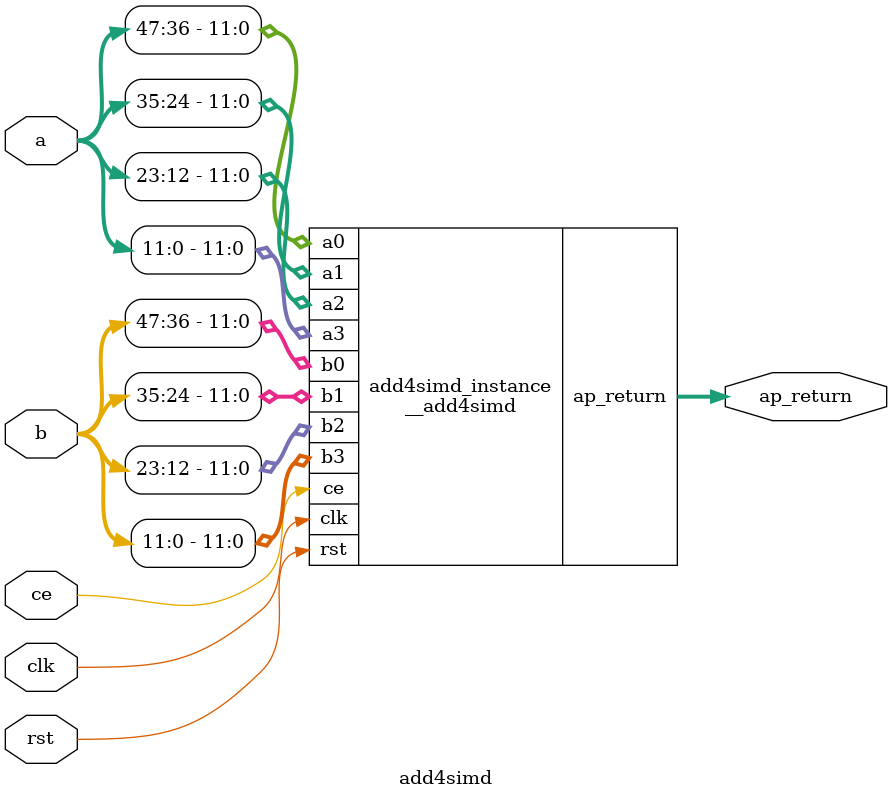
<source format=v>
`timescale 1ns/1ps

(* use_dsp = "simd" *)
(* use_simd = "four12" *)
(* use_mult = "none" *)
(* dont_touch = "true" *)
module __add4simd (input clk, rst, ce, 
                   input  [11:0] a0, a1, a2, a3, 
                   input  [11:0] b0, b1, b2, b3,
                   output [47:0] ap_return);

wire signed [11:0] dout0 = $signed(a0) + $signed(b0);
wire signed [11:0] dout1 = $signed(a1) + $signed(b1);
wire signed [11:0] dout2 = $signed(a2) + $signed(b2);
wire signed [11:0] dout3 = $signed(a3) + $signed(b3);
assign ap_return = {dout0, dout1, dout2, dout3};

endmodule // __add4simd


`timescale 1ns/1ps
module add4simd (input clk, rst, ce, 
                 input [47:0] a, 
                 input [47:0] b,
		 // TO UNCOMMENT: output ap_ready,
                 output [47:0] ap_return);

__add4simd add4simd_instance (
  .clk(clk),
  .rst(rst),
  .ce(ce),
  .a0(a[47:36]),
  .a1(a[35:24]),
  .a2(a[23:12]),
  .a3(a[11:0]),
  .b0(b[47:36]),
  .b1(b[35:24]),
  .b2(b[23:12]),
  .b3(b[11:0]),
  .ap_return(ap_return));

  // TO UNCOMMENT: assign ap_ready = 1;
endmodule // add4simd
  

</source>
